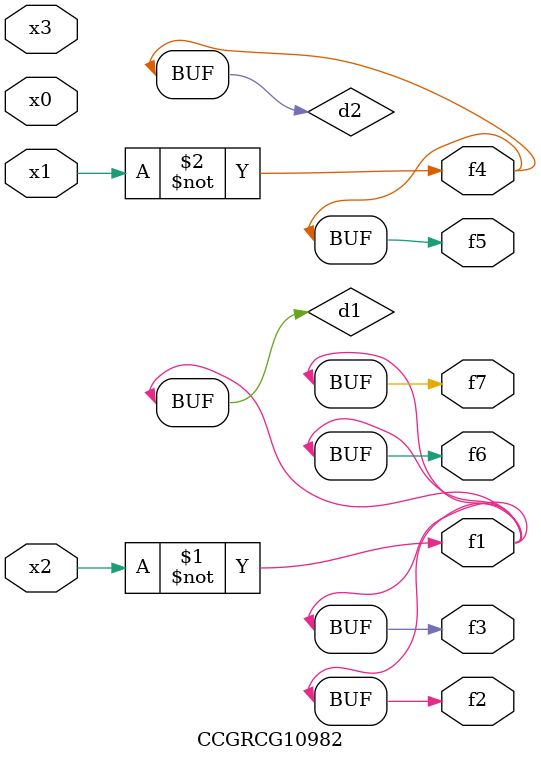
<source format=v>
module CCGRCG10982(
	input x0, x1, x2, x3,
	output f1, f2, f3, f4, f5, f6, f7
);

	wire d1, d2;

	xnor (d1, x2);
	not (d2, x1);
	assign f1 = d1;
	assign f2 = d1;
	assign f3 = d1;
	assign f4 = d2;
	assign f5 = d2;
	assign f6 = d1;
	assign f7 = d1;
endmodule

</source>
